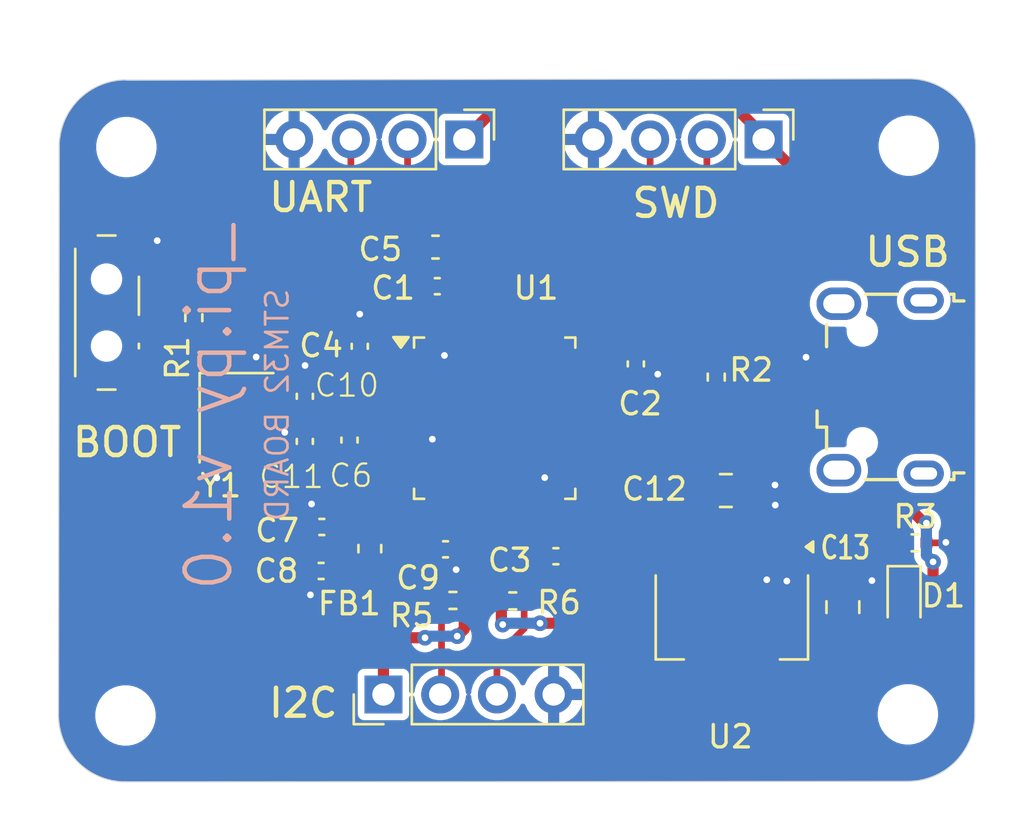
<source format=kicad_pcb>
(kicad_pcb (version 20240108) (generator "pcbnew") (generator_version "8.0")
  (layers (0 "F.Cu" signal) (31 "B.Cu" power) (34 "B.Paste" user) (35 "F.Paste" user) (36 "B.SilkS" user "B.Silkscreen") (37 "F.SilkS" user "F.Silkscreen") (38 "B.Mask" user) (39 "F.Mask" user) (44 "Edge.Cuts" user))
  (net 0 "")
  (net 1 "GND")
  (net 2 "+3.3V")
  (net 3 "+3.3VA")
  (net 4 "/NRST")
  (net 5 "/HSE_IN")
  (net 6 "/HSE_OUT")
  (net 7 "VBUS")
  (net 8 "/PWR_LED_K")
  (net 9 "/USB_D+")
  (net 11 "/USB_D-")
  (net 13 "/SWDIO")
  (net 14 "/SWCLK")
  (net 15 "/USART1_Rx")
  (net 16 "/USART1_Tx")
  (net 17 "/I2C2_SCL")
  (net 18 "/I2C2_SDA")
  (net 19 "/BOOT0")
  (net 20 "/SW_BOOT0")
  (footprint "Capacitor_SMD:C_0805_2012Metric" (layer "F.Cu") (at 135.35 84.74)
    (property "Reference" "C12" (at -3.2 -0.07 0) (layer "F.SilkS"))
    (property "Value" "22u")
    (pad "1" smd roundrect (at -0.95 0) (size 1 1.45) (layers "F.Cu" "F.Paste" "F.Mask") (net 7 "VBUS"))
    (pad "2" smd roundrect (at 0.95 0) (size 1 1.45) (layers "F.Cu" "F.Paste" "F.Mask") (net 1 "GND"))
  )
  (footprint "Inductor_SMD:L_0603_1608Metric" (layer "F.Cu") (at 119.41 87.34 -90)
    (property "Reference" "FB1" (at 2.46 0.92 360) (layer "F.SilkS"))
    (property "Value" "FerriteBead")
    (pad "1" smd roundrect (at -0.7875 0 270) (size 0.875 0.95) (layers "F.Cu" "F.Paste" "F.Mask") (net 3 "+3.3VA"))
    (pad "2" smd roundrect (at 0.7875 0 270) (size 0.875 0.95) (layers "F.Cu" "F.Paste" "F.Mask") (net 2 "+3.3V"))
  )
  (footprint "Connector_PinHeader_2.54mm:PinHeader_1x04_P2.54mm_Vertical" (layer "F.Cu") (at 137.04 69.02 -90)
    (property "Reference" "J2" (hide yes))
    (property "Value" "Conn_01x04_Pin")
    (pad "1" thru_hole rect (at 0 0 270) (size 1.7 1.7) (drill 1) (layers "*.Cu" "*.Mask") (net 2 "+3.3V"))
    (pad "2" thru_hole oval (at 0 2.54 270) (size 1.7 1.7) (drill 1) (layers "*.Cu" "*.Mask") (net 13 "/SWDIO"))
    (pad "3" thru_hole oval (at 0 5.08 270) (size 1.7 1.7) (drill 1) (layers "*.Cu" "*.Mask") (net 14 "/SWCLK"))
    (pad "4" thru_hole oval (at 0 7.62 270) (size 1.7 1.7) (drill 1) (layers "*.Cu" "*.Mask") (net 1 "GND"))
  )
  (footprint "Connector_PinHeader_2.54mm:PinHeader_1x04_P2.54mm_Vertical" (layer "F.Cu") (at 120.02 93.87 90)
    (property "Reference" "J4" (hide yes))
    (property "Value" "Conn_01x04_Pin")
    (pad "1" thru_hole rect (at 0 0 90) (size 1.7 1.7) (drill 1) (layers "*.Cu" "*.Mask") (net 2 "+3.3V"))
    (pad "2" thru_hole oval (at 0 2.54 90) (size 1.7 1.7) (drill 1) (layers "*.Cu" "*.Mask") (net 17 "/I2C2_SCL"))
    (pad "3" thru_hole oval (at 0 5.08 90) (size 1.7 1.7) (drill 1) (layers "*.Cu" "*.Mask") (net 18 "/I2C2_SDA"))
    (pad "4" thru_hole oval (at 0 7.62 90) (size 1.7 1.7) (drill 1) (layers "*.Cu" "*.Mask") (net 1 "GND"))
  )
  (footprint "Capacitor_SMD:C_0402_1005Metric" (layer "F.Cu") (at 122.43 75.59)
    (property "Reference" "C1" (at -1.98 0.08 0) (layer "F.SilkS"))
    (property "Value" "100n")
    (pad "1" smd roundrect (at -0.48 0) (size 0.56 0.62) (layers "F.Cu" "F.Paste" "F.Mask") (net 2 "+3.3V"))
    (pad "2" smd roundrect (at 0.48 0) (size 0.56 0.62) (layers "F.Cu" "F.Paste" "F.Mask") (net 1 "GND"))
  )
  (footprint "MountingHole:MountingHole_2.2mm_M2" (layer "F.Cu") (at 108.47 94.81)
    (property "Reference" "H1")
    (property "Value" "MountingHole")
    (pad "" np_thru_hole circle (at 0 0) (size 2.2 2.2) (drill 2.2) (layers "*.Cu" "*.Mask"))
  )
  (footprint "LED_SMD:LED_0603_1608Metric" (layer "F.Cu") (at 143.33 89.61 -90)
    (property "Reference" "D1" (at -0.16 -1.76 180) (layer "F.SilkS"))
    (property "Value" "RED")
    (pad "1" smd roundrect (at -0.7875 0 270) (size 0.875 0.95) (layers "F.Cu" "F.Paste" "F.Mask") (net 8 "/PWR_LED_K"))
    (pad "2" smd roundrect (at 0.7875 0 270) (size 0.875 0.95) (layers "F.Cu" "F.Paste" "F.Mask") (net 2 "+3.3V"))
  )
  (footprint "Capacitor_SMD:C_0402_1005Metric" (layer "F.Cu") (at 131.32 79.07 -90)
    (property "Reference" "C2" (at 1.78 -0.19 180) (layer "F.SilkS"))
    (property "Value" "100n")
    (pad "1" smd roundrect (at -0.48 0 270) (size 0.56 0.62) (layers "F.Cu" "F.Paste" "F.Mask") (net 2 "+3.3V"))
    (pad "2" smd roundrect (at 0.48 0 270) (size 0.56 0.62) (layers "F.Cu" "F.Paste" "F.Mask") (net 1 "GND"))
  )
  (footprint "Capacitor_SMD:C_0402_1005Metric" (layer "F.Cu") (at 117.23 88.34 180)
    (property "Reference" "C8" (at 2 0 360) (layer "F.SilkS"))
    (property "Value" "1u")
    (pad "1" smd roundrect (at -0.48 0 180) (size 0.56 0.62) (layers "F.Cu" "F.Paste" "F.Mask") (net 2 "+3.3V"))
    (pad "2" smd roundrect (at 0.48 0 180) (size 0.56 0.62) (layers "F.Cu" "F.Paste" "F.Mask") (net 1 "GND"))
  )
  (footprint "Capacitor_SMD:C_0402_1005Metric" (layer "F.Cu") (at 116.5 82.54 90)
    (property "Reference" "C11" (at -1.58 -0.6 180) (layer "F.SilkS") (effects (font (thickness 0.1) (bold yes))))
    (property "Value" "10p")
    (pad "1" smd roundrect (at -0.48 0 90) (size 0.56 0.62) (layers "F.Cu" "F.Paste" "F.Mask") (net 6 "/HSE_OUT"))
    (pad "2" smd roundrect (at 0.48 0 90) (size 0.56 0.62) (layers "F.Cu" "F.Paste" "F.Mask") (net 1 "GND"))
  )
  (footprint "Capacitor_SMD:C_0402_1005Metric" (layer "F.Cu") (at 117.26 86.37 180)
    (property "Reference" "C7" (at 2 -0.16 360) (layer "F.SilkS"))
    (property "Value" "1u")
    (pad "1" smd roundrect (at -0.48 0 180) (size 0.56 0.62) (layers "F.Cu" "F.Paste" "F.Mask") (net 3 "+3.3VA"))
    (pad "2" smd roundrect (at 0.48 0 180) (size 0.56 0.62) (layers "F.Cu" "F.Paste" "F.Mask") (net 1 "GND"))
  )
  (footprint "Capacitor_SMD:C_0402_1005Metric" (layer "F.Cu") (at 118.5 82.48 90)
    (property "Reference" "C6" (at -1.59 0.06 180) (layer "F.SilkS") (effects (font (thickness 0.1) (bold yes))))
    (property "Value" "10n")
    (pad "1" smd roundrect (at -0.48 0 90) (size 0.56 0.62) (layers "F.Cu" "F.Paste" "F.Mask") (net 3 "+3.3VA"))
    (pad "2" smd roundrect (at 0.48 0 90) (size 0.56 0.62) (layers "F.Cu" "F.Paste" "F.Mask") (net 1 "GND"))
  )
  (footprint "Resistor_SMD:R_0402_1005Metric" (layer "F.Cu") (at 143.82 87.08)
    (property "Reference" "R3" (at 0.01 -1.17 360) (layer "F.SilkS"))
    (property "Value" "1k5")
    (pad "1" smd roundrect (at -0.51 0) (size 0.54 0.64) (layers "F.Cu" "F.Paste" "F.Mask") (net 8 "/PWR_LED_K"))
    (pad "2" smd roundrect (at 0.51 0) (size 0.54 0.64) (layers "F.Cu" "F.Paste" "F.Mask") (net 1 "GND"))
  )
  (footprint "Resistor_SMD:R_0402_1005Metric" (layer "F.Cu") (at 111.53 77 90)
    (property "Reference" "R1" (at -1.81 -0.73 90) (layer "F.SilkS"))
    (property "Value" "10k")
    (pad "1" smd roundrect (at -0.51 0 90) (size 0.54 0.64) (layers "F.Cu" "F.Paste" "F.Mask") (net 20 "/SW_BOOT0"))
    (pad "2" smd roundrect (at 0.51 0 90) (size 0.54 0.64) (layers "F.Cu" "F.Paste" "F.Mask") (net 19 "/BOOT0"))
  )
  (footprint "Package_QFP:LQFP-48_7x7mm_P0.5mm" (layer "F.Cu") (at 125 81.5)
    (property "Reference" "U1" (at 1.85 -5.83 0) (layer "F.SilkS"))
    (property "Value" "STM32F103C8T6")
    (pad "1" smd roundrect (at -4.1625 -2.75) (size 1.475 0.3) (layers "F.Cu" "F.Paste" "F.Mask") (net 2 "+3.3V"))
    (pad "2" smd roundrect (at -4.1625 -2.25) (size 1.475 0.3) (layers "F.Cu" "F.Paste" "F.Mask"))
    (pad "3" smd roundrect (at -4.1625 -1.75) (size 1.475 0.3) (layers "F.Cu" "F.Paste" "F.Mask"))
    (pad "4" smd roundrect (at -4.1625 -1.25) (size 1.475 0.3) (layers "F.Cu" "F.Paste" "F.Mask"))
    (pad "5" smd roundrect (at -4.1625 -0.75) (size 1.475 0.3) (layers "F.Cu" "F.Paste" "F.Mask") (net 5 "/HSE_IN"))
    (pad "6" smd roundrect (at -4.1625 -0.25) (size 1.475 0.3) (layers "F.Cu" "F.Paste" "F.Mask") (net 6 "/HSE_OUT"))
    (pad "7" smd roundrect (at -4.1625 0.25) (size 1.475 0.3) (layers "F.Cu" "F.Paste" "F.Mask") (net 4 "/NRST"))
    (pad "8" smd roundrect (at -4.1625 0.75) (size 1.475 0.3) (layers "F.Cu" "F.Paste" "F.Mask") (net 1 "GND"))
    (pad "9" smd roundrect (at -4.1625 1.25) (size 1.475 0.3) (layers "F.Cu" "F.Paste" "F.Mask") (net 3 "+3.3VA"))
    (pad "10" smd roundrect (at -4.1625 1.75) (size 1.475 0.3) (layers "F.Cu" "F.Paste" "F.Mask"))
    (pad "11" smd roundrect (at -4.1625 2.25) (size 1.475 0.3) (layers "F.Cu" "F.Paste" "F.Mask"))
    (pad "12" smd roundrect (at -4.1625 2.75) (size 1.475 0.3) (layers "F.Cu" "F.Paste" "F.Mask"))
    (pad "13" smd roundrect (at -2.75 4.1625) (size 0.3 1.475) (layers "F.Cu" "F.Paste" "F.Mask"))
    (pad "14" smd roundrect (at -2.25 4.1625) (size 0.3 1.475) (layers "F.Cu" "F.Paste" "F.Mask"))
    (pad "15" smd roundrect (at -1.75 4.1625) (size 0.3 1.475) (layers "F.Cu" "F.Paste" "F.Mask"))
    (pad "16" smd roundrect (at -1.25 4.1625) (size 0.3 1.475) (layers "F.Cu" "F.Paste" "F.Mask"))
    (pad "17" smd roundrect (at -0.75 4.1625) (size 0.3 1.475) (layers "F.Cu" "F.Paste" "F.Mask"))
    (pad "18" smd roundrect (at -0.25 4.1625) (size 0.3 1.475) (layers "F.Cu" "F.Paste" "F.Mask"))
    (pad "19" smd roundrect (at 0.25 4.1625) (size 0.3 1.475) (layers "F.Cu" "F.Paste" "F.Mask"))
    (pad "20" smd roundrect (at 0.75 4.1625) (size 0.3 1.475) (layers "F.Cu" "F.Paste" "F.Mask"))
    (pad "21" smd roundrect (at 1.25 4.1625) (size 0.3 1.475) (layers "F.Cu" "F.Paste" "F.Mask") (net 17 "/I2C2_SCL"))
    (pad "22" smd roundrect (at 1.75 4.1625) (size 0.3 1.475) (layers "F.Cu" "F.Paste" "F.Mask") (net 18 "/I2C2_SDA"))
    (pad "23" smd roundrect (at 2.25 4.1625) (size 0.3 1.475) (layers "F.Cu" "F.Paste" "F.Mask") (net 1 "GND"))
    (pad "24" smd roundrect (at 2.75 4.1625) (size 0.3 1.475) (layers "F.Cu" "F.Paste" "F.Mask") (net 2 "+3.3V"))
    (pad "25" smd roundrect (at 4.1625 2.75) (size 1.475 0.3) (layers "F.Cu" "F.Paste" "F.Mask"))
    (pad "26" smd roundrect (at 4.1625 2.25) (size 1.475 0.3) (layers "F.Cu" "F.Paste" "F.Mask"))
    (pad "27" smd roundrect (at 4.1625 1.75) (size 1.475 0.3) (layers "F.Cu" "F.Paste" "F.Mask"))
    (pad "28" smd roundrect (at 4.1625 1.25) (size 1.475 0.3) (layers "F.Cu" "F.Paste" "F.Mask"))
    (pad "29" smd roundrect (at 4.1625 0.75) (size 1.475 0.3) (layers "F.Cu" "F.Paste" "F.Mask"))
    (pad "30" smd roundrect (at 4.1625 0.25) (size 1.475 0.3) (layers "F.Cu" "F.Paste" "F.Mask"))
    (pad "31" smd roundrect (at 4.1625 -0.25) (size 1.475 0.3) (layers "F.Cu" "F.Paste" "F.Mask"))
    (pad "32" smd roundrect (at 4.1625 -0.75) (size 1.475 0.3) (layers "F.Cu" "F.Paste" "F.Mask") (net 11 "/USB_D-"))
    (pad "33" smd roundrect (at 4.1625 -1.25) (size 1.475 0.3) (layers "F.Cu" "F.Paste" "F.Mask") (net 9 "/USB_D+"))
    (pad "34" smd roundrect (at 4.1625 -1.75) (size 1.475 0.3) (layers "F.Cu" "F.Paste" "F.Mask") (net 13 "/SWDIO"))
    (pad "35" smd roundrect (at 4.1625 -2.25) (size 1.475 0.3) (layers "F.Cu" "F.Paste" "F.Mask") (net 1 "GND"))
    (pad "36" smd roundrect (at 4.1625 -2.75) (size 1.475 0.3) (layers "F.Cu" "F.Paste" "F.Mask") (net 2 "+3.3V"))
    (pad "37" smd roundrect (at 2.75 -4.1625) (size 0.3 1.475) (layers "F.Cu" "F.Paste" "F.Mask") (net 14 "/SWCLK"))
    (pad "38" smd roundrect (at 2.25 -4.1625) (size 0.3 1.475) (layers "F.Cu" "F.Paste" "F.Mask"))
    (pad "39" smd roundrect (at 1.75 -4.1625) (size 0.3 1.475) (layers "F.Cu" "F.Paste" "F.Mask"))
    (pad "40" smd roundrect (at 1.25 -4.1625) (size 0.3 1.475) (layers "F.Cu" "F.Paste" "F.Mask"))
    (pad "41" smd roundrect (at 0.75 -4.1625) (size 0.3 1.475) (layers "F.Cu" "F.Paste" "F.Mask"))
    (pad "42" smd roundrect (at 0.25 -4.1625) (size 0.3 1.475) (layers "F.Cu" "F.Paste" "F.Mask") (net 16 "/USART1_Tx"))
    (pad "43" smd roundrect (at -0.25 -4.1625) (size 0.3 1.475) (layers "F.Cu" "F.Paste" "F.Mask") (net 15 "/USART1_Rx"))
    (pad "44" smd roundrect (at -0.75 -4.1625) (size 0.3 1.475) (layers "F.Cu" "F.Paste" "F.Mask") (net 19 "/BOOT0"))
    (pad "45" smd roundrect (at -1.25 -4.1625) (size 0.3 1.475) (layers "F.Cu" "F.Paste" "F.Mask"))
    (pad "46" smd roundrect (at -1.75 -4.1625) (size 0.3 1.475) (layers "F.Cu" "F.Paste" "F.Mask"))
    (pad "47" smd roundrect (at -2.25 -4.1625) (size 0.3 1.475) (layers "F.Cu" "F.Paste" "F.Mask") (net 1 "GND"))
    (pad "48" smd roundrect (at -2.75 -4.1625) (size 0.3 1.475) (layers "F.Cu" "F.Paste" "F.Mask") (net 2 "+3.3V"))
  )
  (footprint "Resistor_SMD:R_0402_1005Metric" (layer "F.Cu") (at 134.92 79.66 -90)
    (property "Reference" "R2" (at -0.32 -1.56 180) (layer "F.SilkS"))
    (property "Value" "1k5")
    (pad "1" smd roundrect (at -0.51 0 270) (size 0.54 0.64) (layers "F.Cu" "F.Paste" "F.Mask") (net 2 "+3.3V"))
    (pad "2" smd roundrect (at 0.51 0 270) (size 0.54 0.64) (layers "F.Cu" "F.Paste" "F.Mask") (net 9 "/USB_D+"))
  )
  (footprint "Crystal:Crystal_SMD_3225-4Pin_3.2x2.5mm" (layer "F.Cu") (at 113.44 81.48 -90)
    (property "Reference" "Y1" (at 3.04 0.7 180) (layer "F.SilkS"))
    (property "Value" "16MHz")
    (pad "1" smd rect (at -1.1 0.85 270) (size 1.4 1.2) (layers "F.Cu" "F.Paste" "F.Mask") (net 5 "/HSE_IN"))
    (pad "2" smd rect (at 1.1 0.85 270) (size 1.4 1.2) (layers "F.Cu" "F.Paste" "F.Mask") (net 1 "GND"))
    (pad "3" smd rect (at 1.1 -0.85 270) (size 1.4 1.2) (layers "F.Cu" "F.Paste" "F.Mask") (net 6 "/HSE_OUT"))
    (pad "4" smd rect (at -1.1 -0.85 270) (size 1.4 1.2) (layers "F.Cu" "F.Paste" "F.Mask") (net 1 "GND"))
  )
  (footprint "MountingHole:MountingHole_2.2mm_M2" (layer "F.Cu") (at 108.51 69.36)
    (property "Reference" "H4")
    (property "Value" "MountingHole")
    (pad "" np_thru_hole circle (at 0 0) (size 2.2 2.2) (drill 2.2) (layers "*.Cu" "*.Mask"))
  )
  (footprint "Resistor_SMD:R_0402_1005Metric" (layer "F.Cu") (at 125.81 89.68)
    (property "Reference" "R6" (at 2.07 0.08 0) (layer "F.SilkS"))
    (property "Value" "1k5")
    (pad "1" smd roundrect (at -0.51 0) (size 0.54 0.64) (layers "F.Cu" "F.Paste" "F.Mask") (net 2 "+3.3V"))
    (pad "2" smd roundrect (at 0.51 0) (size 0.54 0.64) (layers "F.Cu" "F.Paste" "F.Mask") (net 18 "/I2C2_SDA"))
  )
  (footprint "MountingHole:MountingHole_2.2mm_M2" (layer "F.Cu") (at 143.5 94.76)
    (property "Reference" "H2")
    (property "Value" "MountingHole")
    (pad "" np_thru_hole circle (at 0 0) (size 2.2 2.2) (drill 2.2) (layers "*.Cu" "*.Mask"))
  )
  (footprint "Resistor_SMD:R_0402_1005Metric" (layer "F.Cu") (at 123.13 89.66 180)
    (property "Reference" "R5" (at 1.85 -0.68 360) (layer "F.SilkS"))
    (property "Value" "1k5")
    (pad "1" smd roundrect (at -0.51 0 180) (size 0.54 0.64) (layers "F.Cu" "F.Paste" "F.Mask") (net 2 "+3.3V"))
    (pad "2" smd roundrect (at 0.51 0 180) (size 0.54 0.64) (layers "F.Cu" "F.Paste" "F.Mask") (net 17 "/I2C2_SCL"))
  )
  (footprint "Button_Switch_SMD:SW_SPDT_PCM12" (layer "F.Cu") (at 107.95 76.77 -90)
    (property "Reference" "SW1" (hide yes))
    (property "Value" "SW_SPDT")
    (pad "" smd rect (at -3.65 -0.78 270) (size 1 0.8) (layers "F.Cu" "F.Paste" "F.Mask"))
    (pad "" smd rect (at -3.65 1.43 270) (size 1 0.8) (layers "F.Cu" "F.Paste" "F.Mask"))
    (pad "" np_thru_hole circle (at -1.5 0.33 270) (size 0.9 0.9) (drill 0.9) (layers "*.Cu" "*.Mask"))
    (pad "" np_thru_hole circle (at 1.5 0.33 270) (size 0.9 0.9) (drill 0.9) (layers "*.Cu" "*.Mask"))
    (pad "" smd rect (at 3.65 -0.78 270) (size 1 0.8) (layers "F.Cu" "F.Paste" "F.Mask"))
    (pad "" smd rect (at 3.65 1.43 270) (size 1 0.8) (layers "F.Cu" "F.Paste" "F.Mask"))
    (pad "1" smd rect (at -2.25 -1.43 270) (size 0.7 1.5) (layers "F.Cu" "F.Paste" "F.Mask") (net 1 "GND"))
    (pad "2" smd rect (at 0.75 -1.43 270) (size 0.7 1.5) (layers "F.Cu" "F.Paste" "F.Mask") (net 20 "/SW_BOOT0"))
    (pad "3" smd rect (at 2.25 -1.43 270) (size 0.7 1.5) (layers "F.Cu" "F.Paste" "F.Mask") (net 2 "+3.3V"))
  )
  (footprint "Connector_PinHeader_2.54mm:PinHeader_1x04_P2.54mm_Vertical" (layer "F.Cu") (at 123.64 69.02 -90)
    (property "Reference" "J3" (hide yes))
    (property "Value" "Conn_01x04_Pin")
    (pad "1" thru_hole rect (at 0 0 270) (size 1.7 1.7) (drill 1) (layers "*.Cu" "*.Mask") (net 2 "+3.3V"))
    (pad "2" thru_hole oval (at 0 2.54 270) (size 1.7 1.7) (drill 1) (layers "*.Cu" "*.Mask") (net 16 "/USART1_Tx"))
    (pad "3" thru_hole oval (at 0 5.08 270) (size 1.7 1.7) (drill 1) (layers "*.Cu" "*.Mask") (net 15 "/USART1_Rx"))
    (pad "4" thru_hole oval (at 0 7.62 270) (size 1.7 1.7) (drill 1) (layers "*.Cu" "*.Mask") (net 1 "GND"))
  )
  (footprint "Capacitor_SMD:C_0603_1608Metric" (layer "F.Cu") (at 122.35 73.84)
    (property "Reference" "C5" (at -2.47 0.1 0) (layer "F.SilkS"))
    (property "Value" "10u")
    (pad "1" smd roundrect (at -0.775 0) (size 0.9 0.95) (layers "F.Cu" "F.Paste" "F.Mask") (net 2 "+3.3V"))
    (pad "2" smd roundrect (at 0.775 0) (size 0.9 0.95) (layers "F.Cu" "F.Paste" "F.Mask") (net 1 "GND"))
  )
  (footprint "Capacitor_SMD:C_0402_1005Metric" (layer "F.Cu") (at 118.96 78.28 90)
    (property "Reference" "C4" (at 0.03 -1.73 180) (layer "F.SilkS"))
    (property "Value" "100n")
    (pad "1" smd roundrect (at -0.48 0 90) (size 0.56 0.62) (layers "F.Cu" "F.Paste" "F.Mask") (net 2 "+3.3V"))
    (pad "2" smd roundrect (at 0.48 0 90) (size 0.56 0.62) (layers "F.Cu" "F.Paste" "F.Mask") (net 1 "GND"))
  )
  (footprint "Capacitor_SMD:C_0402_1005Metric" (layer "F.Cu") (at 116.5 80.52 90)
    (property "Reference" "C10" (at 0.49 1.88 0) (layer "F.SilkS") (effects (font (thickness 0.1) (bold yes))))
    (property "Value" "10p")
    (pad "1" smd roundrect (at -0.48 0 90) (size 0.56 0.62) (layers "F.Cu" "F.Paste" "F.Mask") (net 5 "/HSE_IN"))
    (pad "2" smd roundrect (at 0.48 0 90) (size 0.56 0.62) (layers "F.Cu" "F.Paste" "F.Mask") (net 1 "GND"))
  )
  (footprint "Connector_USB:USB_Micro-B_Wuerth_629105150521" (layer "F.Cu") (at 142.26 80.1 90)
    (property "Reference" "J1" (hide yes))
    (property "Value" "USB_B_Micro")
    (pad "" np_thru_hole oval (at -2.5 -0.8 90) (size 0.8 0.8) (drill 0.8) (layers "*.Cu" "*.Mask"))
    (pad "" np_thru_hole oval (at 2.5 -0.8 90) (size 0.8 0.8) (drill 0.8) (layers "*.Cu" "*.Mask"))
    (pad "1" smd rect (at -1.3 -1.9 90) (size 0.45 1.3) (layers "F.Cu" "F.Paste" "F.Mask") (net 7 "VBUS"))
    (pad "2" smd rect (at -0.65 -1.9 90) (size 0.45 1.3) (layers "F.Cu" "F.Paste" "F.Mask") (net 11 "/USB_D-"))
    (pad "3" smd rect (at 0 -1.9 90) (size 0.45 1.3) (layers "F.Cu" "F.Paste" "F.Mask") (net 9 "/USB_D+"))
    (pad "4" smd rect (at 0.65 -1.9 90) (size 0.45 1.3) (layers "F.Cu" "F.Paste" "F.Mask"))
    (pad "5" smd rect (at 1.3 -1.9 90) (size 0.45 1.3) (layers "F.Cu" "F.Paste" "F.Mask") (net 1 "GND"))
    (pad "6" thru_hole oval (at -3.875 1.95 90) (size 1.15 1.8) (drill oval 0.55 1.2) (property pad_prop_heatsink) (layers "*.Cu" "*.Mask"))
    (pad "6" thru_hole oval (at -3.725 -1.85 90) (size 1.45 2) (drill oval 0.85 1.4) (property pad_prop_heatsink) (layers "*.Cu" "*.Mask"))
    (pad "6" thru_hole oval (at 3.725 -1.85 90) (size 1.45 2) (drill oval 0.85 1.4) (property pad_prop_heatsink) (layers "*.Cu" "*.Mask"))
    (pad "6" thru_hole oval (at 3.875 1.95 90) (size 1.15 1.8) (drill oval 0.55 1.2) (property pad_prop_heatsink) (layers "*.Cu" "*.Mask"))
  )
  (footprint "Capacitor_SMD:C_0805_2012Metric" (layer "F.Cu") (at 140.59 89.96 90)
    (property "Reference" "C13" (at 2.66 0.11 180) (layer "F.SilkS") (effects (font (size 1 0.75))))
    (property "Value" "22u")
    (pad "1" smd roundrect (at -0.95 0 90) (size 1 1.45) (layers "F.Cu" "F.Paste" "F.Mask") (net 2 "+3.3V"))
    (pad "2" smd roundrect (at 0.95 0 90) (size 1 1.45) (layers "F.Cu" "F.Paste" "F.Mask") (net 1 "GND"))
  )
  (footprint "Package_TO_SOT_SMD:SOT-223-3_TabPin2" (layer "F.Cu") (at 135.62 90.39 -90)
    (property "Reference" "U2" (at 5.37 0.07 180) (layer "F.SilkS"))
    (property "Value" "AMS1117-3.3")
    (pad "1" smd roundrect (at -3.15 -2.3 270) (size 2 1.5) (layers "F.Cu" "F.Paste" "F.Mask") (net 1 "GND"))
    (pad "2" smd roundrect (at -3.15 0 270) (size 2 1.5) (layers "F.Cu" "F.Paste" "F.Mask") (net 2 "+3.3V"))
    (pad "2" smd roundrect (at 3.15 0 270) (size 2 3.8) (layers "F.Cu" "F.Paste" "F.Mask") (net 2 "+3.3V"))
    (pad "3" smd roundrect (at -3.15 2.3 270) (size 2 1.5) (layers "F.Cu" "F.Paste" "F.Mask") (net 7 "VBUS"))
  )
  (footprint "Capacitor_SMD:C_0402_1005Metric" (layer "F.Cu") (at 127.74 87.68 180)
    (property "Reference" "C3" (at 2.07 -0.18 360) (layer "F.SilkS"))
    (property "Value" "100n")
    (pad "1" smd roundrect (at -0.48 0 180) (size 0.56 0.62) (layers "F.Cu" "F.Paste" "F.Mask") (net 2 "+3.3V"))
    (pad "2" smd roundrect (at 0.48 0 180) (size 0.56 0.62) (layers "F.Cu" "F.Paste" "F.Mask") (net 1 "GND"))
  )
  (footprint "MountingHole:MountingHole_2.2mm_M2" (layer "F.Cu") (at 143.54 69.3)
    (property "Reference" "H3")
    (property "Value" "MountingHole")
    (pad "" np_thru_hole circle (at 0 0) (size 2.2 2.2) (drill 2.2) (layers "*.Cu" "*.Mask"))
  )
  (footprint "Capacitor_SMD:C_0402_1005Metric" (layer "F.Cu") (at 122.8 87.37)
    (property "Reference" "C9" (at -1.23 1.28 180) (layer "F.SilkS"))
    (property "Value" "100n")
    (pad "1" smd roundrect (at -0.48 0) (size 0.56 0.62) (layers "F.Cu" "F.Paste" "F.Mask") (net 4 "/NRST"))
    (pad "2" smd roundrect (at 0.48 0) (size 0.56 0.62) (layers "F.Cu" "F.Paste" "F.Mask") (net 1 "GND"))
  )
  (gr_line (start 143.54 66.3) (end 108.51 66.36) (stroke (width 0.05)) (layer "Edge.Cuts"))
  (gr_arc (start 146.5 94.76) (mid 145.62132 96.88132) (end 143.5 97.76) (stroke (width 0.05)) (layer "Edge.Cuts"))
  (gr_line (start 146.5 94.76) (end 146.529983 69.299967) (stroke (width 0.05)) (layer "Edge.Cuts"))
  (gr_line (start 105.5 69.34) (end 105.47 94.81) (stroke (width 0.05)) (layer "Edge.Cuts"))
  (gr_line (start 143.5 97.76) (end 108.469901 97.78005) (stroke (width 0.05)) (layer "Edge.Cuts"))
  (gr_arc (start 105.500001 69.34) (mid 106.385763 67.221598) (end 108.510033 66.350001) (stroke (width 0.05)) (layer "Edge.Cuts"))
  (gr_arc (start 108.469901 97.78005) (mid 106.356302 96.914841) (end 105.470001 94.81) (stroke (width 0.05)) (layer "Edge.Cuts"))
  (gr_arc (start 143.54 66.3) (mid 145.65777 67.179278) (end 146.529983 69.299967) (stroke (width 0.05)) (layer "Edge.Cuts"))
  (gr_text "STM32 BOARD" (at 115.85 75.61 90) (layer "B.SilkS") (effects (font (size 1 1) (thickness 0.12)) (justify left bottom mirror)))
  (gr_text "_pi.py v1.0\n" (at 113.37 72.72 90) (layer "B.SilkS") (effects (font (size 2 2) (thickness 0.2)) (justify left bottom mirror)))
  (gr_text "USB" (at 141.48 74.79 0) (layer "F.SilkS") (effects (font (size 1.25 1.25) (thickness 0.2)) (justify left bottom)))
  (gr_text "SWD" (at 131.05 72.6 0) (layer "F.SilkS") (effects (font (size 1.25 1.25) (thickness 0.2)) (justify left bottom)))
  (gr_text "I2C\n" (at 114.78 94.98 0) (layer "F.SilkS") (effects (font (size 1.25 1.25) (thickness 0.2)) (justify left bottom)))
  (gr_text "UART\n" (at 114.79 72.34 0) (layer "F.SilkS") (effects (font (size 1.25 1.25) (thickness 0.2)) (justify left bottom)))
  (gr_text "BOOT\n" (at 106 83.31 0) (layer "F.SilkS") (effects (font (size 1.25 1.25) (thickness 0.2)) (justify left bottom)))
  (segment (start 118.5 82) (end 119.67 82) (width 0.3) (layer "F.Cu") (net 1))
  (segment (start 130.86 79.55) (end 131.32 79.55) (width 0.3) (layer "F.Cu") (net 1))
  (segment (start 140.36 78.8) (end 138.97 78.8) (width 0.3) (layer "F.Cu") (net 1))
  (segment (start 137.56 85.24) (end 137.56 85.387924) (width 0.3) (layer "F.Cu") (net 1))
  (segment (start 132.28 79.55) (end 132.3 79.53) (width 0.3) (layer "F.Cu") (net 1))
  (segment (start 114.29 80.38) (end 114.29 78.79) (width 0.5) (layer "F.Cu") (net 1))
  (segment (start 145.18 87.08) (end 145.2 87.06) (width 0.3) (layer "F.Cu") (net 1))
  (segment (start 116.78 85.36) (end 116.8 85.34) (width 0.3) (layer "F.Cu") (net 1))
  (segment (start 122.75 77.3375) (end 122.75 76.49688) (width 0.3) (layer "F.Cu") (net 1))
  (segment (start 137.23 88.71) (end 137.20415 88.71) (width 0.3) (layer "F.Cu") (net 1))
  (segment (start 127.25 85.6625) (end 127.25 87.65) (width 0.3) (layer "F.Cu") (net 1))
  (segment (start 137.20415 88.71) (end 137.182 88.73215) (width 0.3) (layer "F.Cu") (net 1))
  (segment (start 118.5 82.01) (end 118.51 82.02) (width 0.3) (layer "F.Cu") (net 1))
  (segment (start 123.28 87.37) (end 123.28 88.273796) (width 0.5) (layer "F.Cu") (net 1))
  (segment (start 112.59 82.58) (end 112.59 84.14) (width 0.5) (layer "F.Cu") (net 1))
  (segment (start 114.29 78.79) (end 114.32 78.76) (width 0.5) (layer "F.Cu") (net 1))
  (segment (start 144.33 87.08) (end 145.18 87.08) (width 0.3) (layer "F.Cu") (net 1))
  (segment (start 127.25 87.65) (end 127.28 87.68) (width 0.3) (layer "F.Cu") (net 1))
  (segment (start 120.8375 82.25) (end 122.02 82.25) (width 0.3) (layer "F.Cu") (net 1))
  (segment (start 141.88 88.76) (end 141.89 88.77) (width 0.3) (layer "F.Cu") (net 1))
  (segment (start 115.677632 82.06) (end 115.603105 82.134527) (width 0.3) (layer "F.Cu") (net 1))
  (segment (start 116.78 86.37) (end 116.78 85.36) (width 0.3) (layer "F.Cu") (net 1))
  (segment (start 123.125 74.975) (end 123.125 73.84) (width 0.3) (layer "F.Cu") (net 1))
  (segment (start 109.38 74.52) (end 109.38 74.06) (width 0.3) (layer "F.Cu") (net 1))
  (segment (start 116.5 80.04) (end 116.5 79.15) (width 0.5) (layer "F.Cu") (net 1))
  (segment (start 130.56 79.25) (end 130.86 79.55) (width 0.3) (layer "F.Cu") (net 1))
  (segment (start 129.1625 79.25) (end 130.56 79.25) (width 0.3) (layer "F.Cu") (net 1))
  (segment (start 109.38 74.06) (end 109.89 73.55) (width 0.3) (layer "F.Cu") (net 1))
  (segment (start 137.56 85.387924) (end 137.561999 85.389923) (width 0.3) (layer "F.Cu") (net 1))
  (segment (start 116.5 79.15) (end 116.51 79.14) (width 0.5) (layer "F.Cu") (net 1))
  (segment (start 123.28 88.273796) (end 123.273796 88.28) (width 0.5) (layer "F.Cu") (net 1))
  (segment (start 116.75 88.34) (end 116.75 89.41) (width 0.3) (layer "F.Cu") (net 1))
  (segment (start 112.59 84.14) (end 112.56 84.17) (width 0.5) (layer "F.Cu") (net 1))
  (segment (start 122.91 75.59) (end 122.91 75.19) (width 0.3) (layer "F.Cu") (net 1))
  (segment (start 141.77 88.76) (end 141.88 88.76) (width 0.3) (layer "F.Cu") (net 1))
  (segment (start 138.97 78.8) (end 138.94 78.77) (width 0.3) (layer "F.Cu") (net 1))
  (segment (start 122.75 77.3375) (end 122.75 78.69) (width 0.3) (layer "F.Cu") (net 1))
  (segment (start 118.5 82) (end 118.5 82.01) (width 0.3) (layer "F.Cu") (net 1))
  (segment (start 131.32 79.55) (end 132.28 79.55) (width 0.3) (layer "F.Cu") (net 1))
  (segment (start 122.91 76.33) (end 122.91 75.59) (width 0.3) (layer "F.Cu") (net 1))
  (segment (start 122.91 75.19) (end 123.125 74.975) (width 0.3) (layer "F.Cu") (net 1))
  (segment (start 116.5 82.06) (end 115.677632 82.06) (width 0.3) (layer "F.Cu") (net 1))
  (segment (start 127.25 84.17) (end 127.24 84.16) (width 0.3) (layer "F.Cu") (net 1))
  (segment (start 127.25 85.6625) (end 127.25 84.17) (width 0.3) (layer "F.Cu") (net 1))
  (segment (start 122.02 82.25) (end 122.21 82.44) (width 0.3) (layer "F.Cu") (net 1))
  (segment (start 122.75 76.49688) (end 122.91344 76.33344) (width 0.3) (layer "F.Cu") (net 1))
  (segment (start 118.96 77.8) (end 118.96 76.84) (width 0.3) (layer "F.Cu") (net 1))
  (segment (start 122.91344 76.33344) (end 122.91 76.33) (width 0.3) (layer "F.Cu") (net 1))
  (segment (start 119.92 82.25) (end 120.8375 82.25) (width 0.3) (layer "F.Cu") (net 1))
  (segment (start 119.67 82) (end 119.92 82.25) (width 0.3) (layer "F.Cu") (net 1))
  (via (at 122.75 78.69) (size 0.7) (drill 0.3) (layers "F.Cu" "B.Cu") (net 1))
  (via (at 112.56 84.17) (size 0.7) (drill 0.3) (layers "F.Cu" "B.Cu") (net 1))
  (via (at 123.273796 88.28) (size 0.7) (drill 0.3) (layers "F.Cu" "B.Cu") (net 1))
  (via (at 118.96 76.84) (size 0.7) (drill 0.3) (layers "F.Cu" "B.Cu") (net 1))
  (via (at 122.21 82.44) (size 0.7) (drill 0.3) (layers "F.Cu" "B.Cu") (net 1))
  (via (at 115.603105 82.134527) (size 0.7) (drill 0.3) (layers "F.Cu" "B.Cu") (net 1))
  (via (at 116.8 85.34) (size 0.7) (drill 0.3) (layers "F.Cu" "B.Cu") (net 1))
  (via (at 137.182 88.73215) (size 0.7) (drill 0.3) (layers "F.Cu" "B.Cu") (net 1))
  (via (at 109.89 73.55) (size 0.7) (drill 0.3) (layers "F.Cu" "B.Cu") (net 1))
  (via (at 137.55 84.49) (size 0.7) (drill 0.3) (layers "F.Cu" "B.Cu") (net 1))
  (via (at 145.2 87.06) (size 0.7) (drill 0.3) (layers "F.Cu" "B.Cu") (net 1))
  (via (at 137.561999 85.389923) (size 0.7) (drill 0.3) (layers "F.Cu" "B.Cu") (net 1))
  (via (at 138.94 78.77) (size 0.7) (drill 0.3) (layers "F.Cu" "B.Cu") (net 1))
  (via (at 114.32 78.76) (size 0.7) (drill 0.3) (layers "F.Cu" "B.Cu") (net 1))
  (via (at 116.51 79.14) (size 0.7) (drill 0.3) (layers "F.Cu" "B.Cu") (net 1))
  (via (at 141.89 88.77) (size 0.7) (drill 0.3) (layers "F.Cu" "B.Cu") (net 1))
  (via (at 138.080141 88.79) (size 0.7) (drill 0.3) (layers "F.Cu" "B.Cu") (net 1))
  (via (at 132.3 79.53) (size 0.7) (drill 0.3) (layers "F.Cu" "B.Cu") (net 1))
  (via (at 127.24 84.16) (size 0.7) (drill 0.3) (layers "F.Cu" "B.Cu") (net 1))
  (via (at 116.75 89.41) (size 0.7) (drill 0.3) (layers "F.Cu" "B.Cu") (net 1))
  (segment (start 138.12 88.66) (end 138.12 88.750141) (width 0.3) (layer "B.Cu") (net 1))
  (segment (start 138.12 88.750141) (end 138.080141 88.79) (width 0.3) (layer "B.Cu") (net 1))
  (segment (start 142.71 84.67) (end 142.71 74.68) (width 0.5) (layer "F.Cu") (net 2))
  (segment (start 125.3 90.68) (end 125.36 90.74) (width 0.5) (layer "F.Cu") (net 2))
  (segment (start 130.57 78.75) (end 130.73 78.59) (width 0.3) (layer "F.Cu") (net 2))
  (segment (start 121.95 76.25) (end 121.95 75.59) (width 0.3) (layer "F.Cu") (net 2))
  (segment (start 120.22 76.3) (end 120.22 73.88) (width 0.3) (layer "F.Cu") (net 2))
  (segment (start 123.64 90.94) (end 123.32 91.26) (width 0.5) (layer "F.Cu") (net 2))
  (segment (start 135.34 67.15) (end 125.51 67.15) (width 0.5) (layer "F.Cu") (net 2))
  (segment (start 142.71 74.68) (end 140.48 72.45) (width 0.5) (layer "F.Cu") (net 2))
  (segment (start 131.32 78.59) (end 132.69 78.59) (width 0.3) (layer "F.Cu") (net 2))
  (segment (start 128.24 87.35) (end 128.24 87.68) (width 0.3) (layer "F.Cu") (net 2))
  (segment (start 129.1625 78.75) (end 130.57 78.75) (width 0.3) (layer "F.Cu") (net 2))
  (segment (start 120.02 91.36) (end 119.99 91.33) (width 0.5) (layer "F.Cu") (net 2))
  (segment (start 120.22 73.88) (end 120.26 73.84) (width 0.3) (layer "F.Cu") (net 2))
  (segment (start 109.58 79.22) (end 109.38 79.02) (width 0.5) (layer "F.Cu") (net 2))
  (segment (start 120.02 93.87) (end 120.02 91.36) (width 0.5) (layer "F.Cu") (net 2))
  (segment (start 127.75 86.86) (end 128.24 87.35) (width 0.3) (layer "F.Cu") (net 2))
  (segment (start 125.3 89.68) (end 125.3 90.68) (width 0.5) (layer "F.Cu") (net 2))
  (segment (start 129.83 89.29) (end 128.22 87.68) (width 0.5) (layer "F.Cu") (net 2))
  (segment (start 135.63 79.15) (end 138.04 76.74) (width 0.3) (layer "F.Cu") (net 2))
  (segment (start 142.8175 90.91) (end 143.33 90.3975) (width 0.5) (layer "F.Cu") (net 2))
  (segment (start 144.39 90.25) (end 144.62657 90.01343) (width 0.5) (layer "F.Cu") (net 2))
  (segment (start 120.26 73.84) (end 121.575 73.84) (width 0.5) (layer "F.Cu") (net 2))
  (segment (start 109.58 86.35) (end 109.58 79.22) (width 0.5) (layer "F.Cu") (net 2))
  (segment (start 121.95 75.25) (end 121.575 74.875) (width 0.3) (layer "F.Cu") (net 2))
  (segment (start 132.74 78.54) (end 133.35 79.15) (width 0.3) (layer "F.Cu") (net 2))
  (segment (start 132.69 78.59) (end 132.74 78.54) (width 0.3) (layer "F.Cu") (net 2))
  (segment (start 142.01 90.91) (end 142.8175 90.91) (width 0.5) (layer "F.Cu") (net 2))
  (segment (start 109.38 79.02) (end 111.41 79.02) (width 0.5) (layer "F.Cu") (net 2))
  (segment (start 119.41 88.1275) (end 119.41 91.31) (width 0.5) (layer "F.Cu") (net 2))
  (segment (start 119.1975 88.34) (end 119.41 88.1275) (width 0.5) (layer "F.Cu") (net 2))
  (segment (start 137.04 68.85) (end 135.34 67.15) (width 0.5) (layer "F.Cu") (net 2))
  (segment (start 142.01 90.91) (end 142.01 92.53) (width 0.5) (layer "F.Cu") (net 2))
  (segment (start 133.35 79.15) (end 134.92 79.15) (width 0.3) (layer "F.Cu") (net 2))
  (segment (start 122.25 76.55) (end 121.95 76.25) (width 0.3) (layer "F.Cu") (net 2))
  (segment (start 117.71 88.34) (end 119.1975 88.34) (width 0.5) (layer "F.Cu") (net 2))
  (segment (start 134.92 79.15) (end 135.63 79.15) (width 0.3) (layer "F.Cu") (net 2))
  (segment (start 131.46 95.87) (end 129.83 94.24) (width 0.5) (layer "F.Cu") (net 2))
  (segment (start 111.41 79.02) (end 116.59 73.84) (width 0.5) (layer "F.Cu") (net 2))
  (segment (start 118.97 78.75) (end 120.8375 78.75) (width 0.3) (layer "F.Cu") (net 2))
  (segment (start 120.8375 78.75) (end 120.8375 76.9175) (width 0.3) (layer "F.Cu") (net 2))
  (segment (start 120.8375 76.9175) (end 120.22 76.3) (width 0.3) (layer "F.Cu") (net 2))
  (segment (start 125.28 89.66) (end 125.3 89.68) (width 0.5) (layer "F.Cu") (net 2))
  (segment (start 129.83 94.24) (end 129.83 90.68) (width 0.5) (layer "F.Cu") (net 2))
  (segment (start 138.04 76.74) (end 138.04 74.9) (width 0.3) (layer "F.Cu") (net 2))
  (segment (start 144.33 86.2) (end 144.24 86.2) (width 0.5) (layer "F.Cu") (net 2))
  (segment (start 121.88 91.33) (end 119.99 91.33) (width 0.5) (layer "F.Cu") (net 2))
  (segment (start 140.48 72.46) (end 140.48 72.45) (width 0.3) (layer "F.Cu") (net 2))
  (segment (start 137.04 69.02) (end 137.04 68.85) (width 0.5) (layer "F.Cu") (net 2))
  (segment (start 130.73 78.59) (end 131.32 78.59) (width 0.3) (layer "F.Cu") (net 2))
  (segment (start 116.59 73.84) (end 120.26 73.84) (width 0.5) (layer "F.Cu") (net 2))
  (segment (start 122.25 77.3375) (end 122.25 76.55) (width 0.3) (layer "F.Cu") (net 2))
  (segment (start 119.99 91.33) (end 119.43 91.33) (width 0.5) (layer "F.Cu") (net 2))
  (segment (start 123.64 89.66) (end 123.64 90.94) (width 0.5) (layer "F.Cu") (net 2))
  (segment (start 114.56 91.33) (end 109.58 86.35) (width 0.5) (layer "F.Cu") (net 2))
  (segment (start 129.83 90.68) (end 127.03 90.68) (width 0.5) (layer "F.Cu") (net 2))
  (segment (start 118.96 78.76) (end 118.97 78.75) (width 0.3) (layer "F.Cu") (net 2))
  (segment (start 138.67 95.87) (end 131.46 95.87) (width 0.5) (layer "F.Cu") (net 2))
  (segment (start 119.41 91.31) (end 119.43 91.33) (width 0.5) (layer "F.Cu") (net 2))
  (segment (start 140.48 72.45) (end 137.05 69.02) (width 0.5) (layer "F.Cu") (net 2))
  (segment (start 144.2425 90.3975) (end 144.39 90.25) (width 0.5) (layer "F.Cu") (net 2))
  (segment (start 125.51 67.15) (end 123.64 69.02) (width 0.5) (layer "F.Cu") (net 2))
  (segment (start 138.04 74.9) (end 140.48 72.46) (width 0.3) (layer "F.Cu") (net 2))
  (segment (start 144.24 86.2) (end 142.71 84.67) (width 0.5) (layer "F.Cu") (net 2))
  (segment (start 121.95 75.59) (end 121.95 75.25) (width 0.3) (layer "F.Cu") (net 2))
  (segment (start 129.83 90.68) (end 129.83 89.29) (width 0.5) (layer "F.Cu") (net 2))
  (segment (start 123.64 89.66) (end 125.28 89.66) (width 0.5) (layer "F.Cu") (net 2))
  (segment (start 144.62657 90.01343) (end 144.62657 87.93128) (width 0.5) (layer "F.Cu") (net 2))
  (segment (start 143.33 90.3975) (end 144.2425 90.3975) (width 0.5) (layer "F.Cu") (net 2))
  (segment (start 119.43 91.33) (end 114.56 91.33) (width 0.5) (layer "F.Cu") (net 2))
  (segment (start 127.75 85.6625) (end 127.75 86.86) (width 0.3) (layer "F.Cu") (net 2))
  (segment (start 140.59 90.91) (end 142.01 90.91) (width 0.5) (layer "F.Cu") (net 2))
  (segment (start 142.01 92.53) (end 138.67 95.87) (width 0.5) (layer "F.Cu") (net 2))
  (segment (start 137.05 69.02) (end 137.04 69.02) (width 0.5) (layer "F.Cu") (net 2))
  (segment (start 121.575 74.875) (end 121.575 73.84) (width 0.3) (layer "F.Cu") (net 2))
  (via (at 144.62657 87.93128) (size 0.7) (drill 0.3) (layers "F.Cu" "B.Cu") (net 2))
  (via (at 127.03 90.68) (size 0.7) (drill 0.3) (layers "F.Cu" "B.Cu") (net 2))
  (via (at 121.88 91.33) (size 0.7) (drill 0.3) (layers "F.Cu" "B.Cu") (net 2))
  (via (at 125.36 90.74) (size 0.7) (drill 0.3) (layers "F.Cu" "B.Cu") (net 2))
  (via (at 144.33 86.2) (size 0.7) (drill 0.3) (layers "F.Cu" "B.Cu") (net 2))
  (via (at 123.32 91.26) (size 0.7) (drill 0.3) (layers "F.Cu" "B.Cu") (net 2))
  (segment (start 144.33 87.63471) (end 144.33 86.2) (width 0.5) (layer "B.Cu") (net 2))
  (segment (start 121.95 91.26) (end 121.88 91.33) (width 0.5) (layer "B.Cu") (net 2))
  (segment (start 123.32 91.26) (end 121.95 91.26) (width 0.5) (layer "B.Cu") (net 2))
  (segment (start 127.03 90.68) (end 125.42 90.68) (width 0.5) (layer "B.Cu") (net 2))
  (segment (start 125.42 90.68) (end 125.36 90.74) (width 0.5) (layer "B.Cu") (net 2))
  (segment (start 144.62657 87.93128) (end 144.33 87.63471) (width 0.5) (layer "B.Cu") (net 2))
  (segment (start 119.9 82.75) (end 120.8375 82.75) (width 0.3) (layer "F.Cu") (net 3))
  (segment (start 119.2275 86.37) (end 119.41 86.5525) (width 0.5) (layer "F.Cu") (net 3))
  (segment (start 117.74 86.37) (end 119.2275 86.37) (width 0.5) (layer "F.Cu") (net 3))
  (segment (start 118.5 82.96) (end 119.69 82.96) (width 0.3) (layer "F.Cu") (net 3))
  (segment (start 118.49 82.97) (end 118.5 82.96) (width 0.5) (layer "F.Cu") (net 3))
  (segment (start 117.74 86.37) (end 117.74 84.88) (width 0.5) (layer "F.Cu") (net 3))
  (segment (start 118.49 84.13) (end 118.49 82.97) (width 0.5) (layer "F.Cu") (net 3))
  (segment (start 117.74 84.88) (end 118.49 84.13) (width 0.5) (layer "F.Cu") (net 3))
  (segment (start 119.69 82.96) (end 119.9 82.75) (width 0.3) (layer "F.Cu") (net 3))
  (segment (start 122.49995 81.74) (end 121.68812 81.74) (width 0.3) (layer "F.Cu") (net 4))
  (segment (start 121.2 86.79) (end 121.2 85.35) (width 0.3) (layer "F.Cu") (net 4))
  (segment (start 121.78 87.37) (end 121.2 86.79) (width 0.3) (layer "F.Cu") (net 4))
  (segment (start 122.91 82.15005) (end 122.49995 81.74) (width 0.3) (layer "F.Cu") (net 4))
  (segment (start 121.67812 81.75) (end 120.8375 81.75) (width 0.3) (layer "F.Cu") (net 4))
  (segment (start 122.32 87.37) (end 121.78 87.37) (width 0.3) (layer "F.Cu") (net 4))
  (segment (start 121.2 85.35) (end 122.91 83.64) (width 0.3) (layer "F.Cu") (net 4))
  (segment (start 122.91 83.64) (end 122.91 82.15005) (width 0.3) (layer "F.Cu") (net 4))
  (segment (start 121.68812 81.74) (end 121.67812 81.75) (width 0.3) (layer "F.Cu") (net 4))
  (segment (start 116.5 81) (end 115.82 81) (width 0.3) (layer "F.Cu") (net 5))
  (segment (start 113.45 81.49) (end 112.78 80.82) (width 0.3) (layer "F.Cu") (net 5))
  (segment (start 115.33 81.49) (end 113.45 81.49) (width 0.3) (layer "F.Cu") (net 5))
  (segment (start 116.5 81) (end 117.27 81) (width 0.3) (layer "F.Cu") (net 5))
  (segment (start 115.82 81) (end 115.33 81.49) (width 0.3) (layer "F.Cu") (net 5))
  (segment (start 112.78 80.82) (end 112.78 80.41) (width 0.3) (layer "F.Cu") (net 5))
  (segment (start 117.52 80.75) (end 120.8375 80.75) (width 0.3) (layer "F.Cu") (net 5))
  (segment (start 117.27 81) (end 117.52 80.75) (width 0.3) (layer "F.Cu") (net 5))
  (segment (start 114.89 83.02) (end 114.48 82.61) (width 0.3) (layer "F.Cu") (net 6))
  (segment (start 120.8375 81.25) (end 117.89 81.25) (width 0.3) (layer "F.Cu") (net 6))
  (segment (start 116.5 83.02) (end 114.89 83.02) (width 0.3) (layer "F.Cu") (net 6))
  (segment (start 117.89 81.25) (end 117.46 81.68) (width 0.3) (layer "F.Cu") (net 6))
  (segment (start 117.26 83.02) (end 116.5 83.02) (width 0.3) (layer "F.Cu") (net 6))
  (segment (start 117.46 81.68) (end 117.46 82.82) (width 0.3) (layer "F.Cu") (net 6))
  (segment (start 117.46 82.82) (end 117.26 83.02) (width 0.3) (layer "F.Cu") (net 6))
  (segment (start 143.31 88.8025) (end 143.33 88.8225) (width 0.5) (layer "F.Cu") (net 8))
  (segment (start 143.31 87.08) (end 143.31 88.8025) (width 0.5) (layer "F.Cu") (net 8))
  (segment (start 129.1625 80.25) (end 129.212499 80.299999) (width 0.2) (layer "F.Cu") (net 9))
  (segment (start 129.212499 80.299999) (end 139.41 80.299999) (width 0.2) (layer "F.Cu") (net 9))
  (segment (start 139.41 80.299999) (end 139.41 80.225) (width 0.2) (layer "F.Cu") (net 9))
  (segment (start 140.235 80.225) (end 140.36 80.1) (width 0.2) (layer "F.Cu") (net 9))
  (segment (start 139.41 80.225) (end 140.235 80.225) (width 0.2) (layer "F.Cu") (net 9))
  (segment (start 129.1625 80.75) (end 140.36 80.75) (width 0.2) (layer "F.Cu") (net 11))
  (segment (start 134.5 71.92812) (end 134.5 69.02) (width 0.3) (layer "F.Cu") (net 13))
  (segment (start 128.06406 78.36406) (end 134.5 71.92812) (width 0.3) (layer "F.Cu") (net 13))
  (segment (start 128.06406 79.49218) (end 128.06406 78.36406) (width 0.3) (layer "F.Cu") (net 13))
  (segment (start 129.1625 79.75) (end 128.32188 79.75) (width 0.3) (layer "F.Cu") (net 13))
  (segment (start 128.32188 79.75) (end 128.06406 79.49218) (width 0.3) (layer "F.Cu") (net 13))
  (segment (start 127.75 77.3375) (end 127.75 76.37) (width 0.3) (layer "F.Cu") (net 14))
  (segment (start 131.96 72.16) (end 131.96 69.02) (width 0.3) (layer "F.Cu") (net 14))
  (segment (start 127.75 76.37) (end 131.96 72.16) (width 0.3) (layer "F.Cu") (net 14))
  (segment (start 118.56 70.54) (end 118.56 69.02) (width 0.3) (layer "F.Cu") (net 15))
  (segment (start 124.75 75.122894) (end 125.29 74.582894) (width 0.3) (layer "F.Cu") (net 15))
  (segment (start 124.75 77.3375) (end 124.75 75.122894) (width 0.3) (layer "F.Cu") (net 15))
  (segment (start 124.706447 71.783553) (end 119.803553 71.783553) (width 0.3) (layer "F.Cu") (net 15))
  (segment (start 119.803553 71.783553) (end 118.56 70.54) (width 0.3) (layer "F.Cu") (net 15))
  (segment (start 125.29 72.367106) (end 124.706447 71.783553) (width 0.3) (layer "F.Cu") (net 15))
  (segment (start 125.29 74.582894) (end 125.29 72.367106) (width 0.3) (layer "F.Cu") (net 15))
  (segment (start 121.99 71.22) (end 121.1 70.33) (width 0.3) (layer "F.Cu") (net 16))
  (segment (start 121.1 70.33) (end 121.1 69.02) (width 0.3) (layer "F.Cu") (net 16))
  (segment (start 125.25 75.33) (end 125.9 74.68) (width 0.3) (layer "F.Cu") (net 16))
  (segment (start 125.25 77.3375) (end 125.25 75.33) (width 0.3) (layer "F.Cu") (net 16))
  (segment (start 124.85 71.22) (end 121.99 71.22) (width 0.3) (layer "F.Cu") (net 16))
  (segment (start 125.9 72.27) (end 124.85 71.22) (width 0.3) (layer "F.Cu") (net 16))
  (segment (start 125.9 74.68) (end 125.9 72.27) (width 0.3) (layer "F.Cu") (net 16))
  (segment (start 122.62 89.66) (end 122.62 93.81) (width 0.3) (layer "F.Cu") (net 17))
  (segment (start 122.62 89.26) (end 122.9 88.98) (width 0.3) (layer "F.Cu") (net 17))
  (segment (start 123.96 88.98) (end 126.25 86.69) (width 0.3) (layer "F.Cu") (net 17))
  (segment (start 122.62 89.66) (end 122.62 89.26) (width 0.3) (layer "F.Cu") (net 17))
  (segment (start 122.9 88.98) (end 123.96 88.98) (width 0.3) (layer "F.Cu") (net 17))
  (segment (start 126.25 86.69) (end 126.25 85.6625) (width 0.3) (layer "F.Cu") (net 17))
  (segment (start 122.62 93.81) (end 122.56 93.87) (width 0.3) (layer "F.Cu") (net 17))
  (segment (start 126.75 86.91) (end 126.32 87.34) (width 0.3) (layer "F.Cu") (net 18))
  (segment (start 126.32 87.34) (end 126.32 89.68) (width 0.3) (layer "F.Cu") (net 18))
  (segment (start 126.32 89.68) (end 126.32 90.92) (width 0.3) (layer "F.Cu") (net 18))
  (segment (start 126.75 85.6625) (end 126.75 86.91) (width 0.3) (layer "F.Cu") (net 18))
  (segment (start 126.32 90.92) (end 125.1 92.14) (width 0.3) (layer "F.Cu") (net 18))
  (segment (start 125.1 92.14) (end 125.1 93.87) (width 0.3) (layer "F.Cu") (net 18))
  (segment (start 123.78 72.49) (end 112.45 72.49) (width 0.3) (layer "F.Cu") (net 19))
  (segment (start 111.53 73.41) (end 111.53 76.49) (width 0.3) (layer "F.Cu") (net 19))
  (segment (start 124.25 77.3375) (end 124.25 72.96) (width 0.3) (layer "F.Cu") (net 19))
  (segment (start 112.45 72.49) (end 111.53 73.41) (width 0.3) (layer "F.Cu") (net 19))
  (segment (start 124.25 72.96) (end 123.78 72.49) (width 0.3) (layer "F.Cu") (net 19))
  (segment (start 111.52 77.52) (end 111.53 77.51) (width 0.3) (layer "F.Cu") (net 20))
  (segment (start 109.38 77.52) (end 111.52 77.52) (width 0.3) (layer "F.Cu") (net 20))
  (zone (net 1) (net_name "GND") (layer "F.Cu") (priority 1) (connect_pads yes (clearance 0.3)) (min_thickness 0.25) (fill yes (thermal_gap 0.5) (thermal_bridge_width 0.5))
    (polygon (pts (xy 135.72 83.74) (xy 137.71 83.74) (xy 138.2 84.18) (xy 138.19 85.42) (xy 138.79 85.75) (xy 139 86.11) (xy 139 87.7) (xy 139.56 88.1) (xy 141.8 88.1) (xy 142.29 88.44) (xy 142.29 89.28) (xy 141.88 89.6) (xy 139.34 89.58) (xy 138.91 89.19) (xy 137.03 89.18) (xy 136.79 88.9) (xy 136.79 86.22) (xy 136.54 85.85) (xy 135.56 85.81) (xy 135.42 85.62) (xy 135.43 83.91)))
  )
  (zone (net 7) (net_name "VBUS") (layer "F.Cu") (priority 3) (connect_pads yes (clearance 0.3)) (min_thickness 0.25) (fill yes (thermal_gap 0.5) (thermal_bridge_width 0.5))
    (polygon (pts (xy 134.3 86.19) (xy 134.29 88.06) (xy 133.99 88.41) (xy 132.68 88.41) (xy 132.39 87.99) (xy 132.42 86.01) (xy 133.1 85.47) (xy 133.16 83.58) (xy 134.44 82.64) (xy 134.45 81.43) (xy 134.81 81.12) (xy 141.13 81.08) (xy 141.26 81.17) (xy 141.27 81.55) (xy 141.15 81.65) (xy 135.87 81.68) (xy 135.02 82.46) (xy 135.01 85.34) (xy 134.76 85.59) (xy 134.44 85.61) (xy 134.29 85.78)))
  )
  (zone (net 2) (net_name "+3.3V") (layer "F.Cu") (priority 2) (connect_pads yes (clearance 0.3)) (min_thickness 0.25) (fill yes (thermal_gap 0.5) (thermal_bridge_width 0.5))
    (polygon (pts (xy 134.87 86.19) (xy 136.2 86.19) (xy 136.53 86.54) (xy 136.61 89.79) (xy 137.02 90.09) (xy 137.3 90.29) (xy 141.23 90.31) (xy 141.45 90.48) (xy 141.45 91.27) (xy 141.46 92.17) (xy 141.02 92.62) (xy 138.53 92.62) (xy 138.18 93.02) (xy 138.2 94.55) (xy 137.82 94.9) (xy 133.62 94.87) (xy 133.23 94.54) (xy 133.33 89.41) (xy 134.61 88.3) (xy 134.62 86.44)))
  )
  (zone (net 1) (net_name "GND") (layer "B.Cu") (connect_pads (clearance 0.3)) (min_thickness 0.25) (fill yes (thermal_gap 0.5) (thermal_bridge_width 0.5))
    (polygon (pts (xy 104.25 65.27) (xy 147.1 65.46) (xy 147.67 98.53) (xy 104.53 98.39)))
  )
)
</source>
